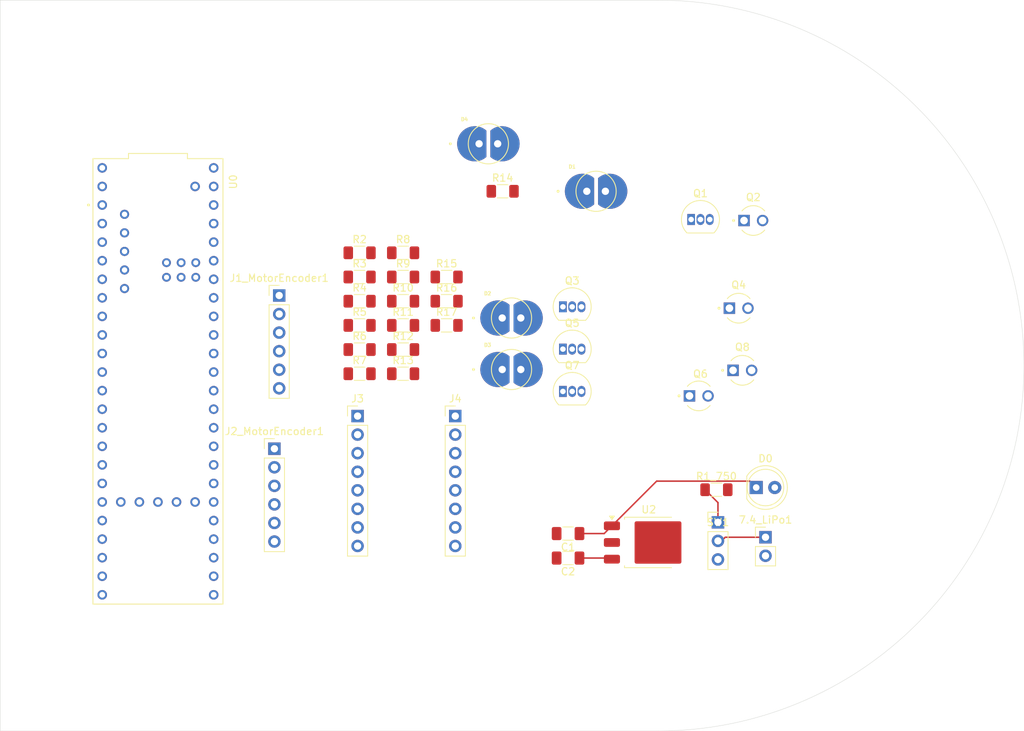
<source format=kicad_pcb>
(kicad_pcb (version 20241229) (generator "pcbnew") (generator_version "9.0")
  (layers (0 "F.Cu" signal) (2 "B.Cu" signal) (13 "F.Paste" user) (15 "B.Paste" user) (5 "F.SilkS" user "F.Silkscreen") (7 "B.SilkS" user "B.Silkscreen") (1 "F.Mask" user) (3 "B.Mask" user) (25 "Edge.Cuts" user))
  (net 0 "")
  (net 1 "GND")
  (net 2 "5V")
  (net 3 "Net-(D0-A)")
  (net 4 "Net-(D1-PadC)")
  (net 5 "Net-(D2-PadC)")
  (net 6 "Net-(D3-PadC)")
  (net 7 "Net-(D4-PadC)")
  (net 8 "Signal M1_B")
  (net 9 "M1_B")
  (net 10 "3.3V")
  (net 11 "M1_A")
  (net 12 "Signal M1_A")
  (net 13 "M2_A")
  (net 14 "Signal M2_A")
  (net 15 "M2_B")
  (net 16 "Signal M2_B")
  (net 18 "PWM M1_A")
  (net 20 "PWM M2_A")
  (net 22 "STBY")
  (net 23 "PWM M1_B")
  (net 24 "PWM M2_B")
  (net 25 "Net-(Q1-G)")
  (net 26 "Net-(Q1-D)")
  (net 27 "Receiver 1")
  (net 28 "Net-(Q3-D)")
  (net 29 "Net-(Q3-G)")
  (net 30 "Receiver 2")
  (net 31 "Net-(Q5-G)")
  (net 32 "Net-(Q5-D)")
  (net 33 "Receiver 3")
  (net 34 "Net-(Q7-G)")
  (net 35 "Net-(Q7-D)")
  (net 36 "Receiver 4")
  (net 37 "Net-(SW1-A)")
  (net 38 "Emitter 1")
  (net 39 "Emitter 2")
  (net 40 "Emitter 3")
  (net 41 "Emitter 4")
  (net 82 "Net-(7.4_LiPo1-+)")
  (net 83 "7.4V")
  (footprint "Resistor_SMD:R_1206_3216Metric_Pad1.30x1.75mm_HandSolder" (layer "F.Cu") (at 100.6 54.88)
    (property "Reference" "R9")
    (property "Value" "R_US")
  )
  (footprint "Connector_PinHeader_2.54mm:PinHeader_1x06_P2.54mm_Vertical" (layer "F.Cu") (at 83 78.38)
    (property "Reference" "J2_MotorEncoder1")
    (property "Value" "Conn_01x06")
  )
  (footprint "SFH_4545:DIO_SFH_4545" (layer "F.Cu") (at 126.99 43.15)
    (property "Reference" "D1")
    (property "Value" "SFH_4545")
  )
  (footprint "SFH_4545:DIO_SFH_4545" (layer "F.Cu") (at 115.425 60.49)
    (property "Reference" "D2")
    (property "Value" "SFH_4545")
  )
  (footprint "Package_TO_SOT_SMD:TO-252-3_TabPin2" (layer "F.Cu") (at 134.195 91.21)
    (property "Reference" "U2")
    (property "Value" "L7805")
  )
  (footprint "Capacitor_SMD:C_1206_3216Metric_Pad1.33x1.80mm_HandSolder" (layer "F.Cu") (at 123.155 89.99 180)
    (property "Reference" "C1")
    (property "Value" "C 0.22uF")
  )
  (footprint "Resistor_SMD:R_1206_3216Metric_Pad1.30x1.75mm_HandSolder" (layer "F.Cu") (at 100.6 51.57)
    (property "Reference" "R8")
    (property "Value" "R_US")
  )
  (footprint "SFH_4545:DIO_SFH_4545" (layer "F.Cu") (at 112.26 36.65)
    (property "Reference" "D4")
    (property "Value" "SFH_4545")
  )
  (footprint "Resistor_SMD:R_1206_3216Metric_Pad1.30x1.75mm_HandSolder" (layer "F.Cu") (at 143.445 83.99)
    (property "Reference" "R1_750")
    (property "Value" "R_US")
  )
  (footprint "Resistor_SMD:R_1206_3216Metric_Pad1.30x1.75mm_HandSolder" (layer "F.Cu") (at 94.65 58.19)
    (property "Reference" "R4")
    (property "Value" "R_US")
  )
  (footprint "Package_TO_SOT_THT:TO-92_Inline" (layer "F.Cu") (at 122.45 58.96)
    (property "Reference" "Q3")
    (property "Value" "BS170")
  )
  (footprint "SFH_4545:DIO_SFH_4545" (layer "F.Cu") (at 115.425 67.54)
    (property "Reference" "D3")
    (property "Value" "SFH_4545")
  )
  (footprint "Connector_PinHeader_2.54mm:PinHeader_1x08_P2.54mm_Vertical" (layer "F.Cu") (at 94.375 73.91)
    (property "Reference" "J3")
    (property "Value" "Conn_01x08")
  )
  (footprint "Resistor_SMD:R_1206_3216Metric_Pad1.30x1.75mm_HandSolder" (layer "F.Cu") (at 94.65 64.81)
    (property "Reference" "R6")
    (property "Value" "R_US")
  )
  (footprint "Package_TO_SOT_THT:TO-92_Inline" (layer "F.Cu") (at 122.45 70.54)
    (property "Reference" "Q7")
    (property "Value" "BS170")
  )
  (footprint "Resistor_SMD:R_1206_3216Metric_Pad1.30x1.75mm_HandSolder" (layer "F.Cu") (at 106.55 58.19)
    (property "Reference" "R16")
    (property "Value" "R_US")
  )
  (footprint "Package_TO_SOT_THT:TO-92_Inline" (layer "F.Cu") (at 122.45 64.75)
    (property "Reference" "Q5")
    (property "Value" "BS170")
  )
  (footprint "Resistor_SMD:R_1206_3216Metric_Pad1.30x1.75mm_HandSolder" (layer "F.Cu") (at 106.55 54.88)
    (property "Reference" "R15")
    (property "Value" "R_US")
  )
  (footprint "TEFT4300:XDCR_TEFT4300" (layer "F.Cu") (at 146.99 67.65)
    (property "Reference" "Q8")
    (property "Value" "TEFT4300")
  )
  (footprint "Resistor_SMD:R_1206_3216Metric_Pad1.30x1.75mm_HandSolder" (layer "F.Cu") (at 94.65 61.5)
    (property "Reference" "R5")
    (property "Value" "R_US")
  )
  (footprint "Connector_PinHeader_2.54mm:PinHeader_1x06_P2.54mm_Vertical" (layer "F.Cu") (at 83.655 57.41)
    (property "Reference" "J1_MotorEncoder1")
    (property "Value" "Conn_01x06")
  )
  (footprint "Resistor_SMD:R_1206_3216Metric_Pad1.30x1.75mm_HandSolder" (layer "F.Cu") (at 100.6 64.81)
    (property "Reference" "R12")
    (property "Value" "R_US")
  )
  (footprint "Resistor_SMD:R_1206_3216Metric_Pad1.30x1.75mm_HandSolder" (layer "F.Cu") (at 114.21 43.15)
    (property "Reference" "R14")
    (property "Value" "R_US")
  )
  (footprint "LED_THT:LED_D5.0mm_Clear" (layer "F.Cu") (at 148.885 83.69)
    (property "Reference" "D0")
    (property "Value" "LED")
  )
  (footprint "Package_TO_SOT_THT:TO-92_Inline" (layer "F.Cu") (at 139.99 47.01)
    (property "Reference" "Q1")
    (property "Value" "BS170")
  )
  (footprint "Resistor_SMD:R_1206_3216Metric_Pad1.30x1.75mm_HandSolder" (layer "F.Cu") (at 100.6 58.19)
    (property "Reference" "R10")
    (property "Value" "R_US")
  )
  (footprint "Resistor_SMD:R_1206_3216Metric_Pad1.30x1.75mm_HandSolder" (layer "F.Cu") (at 100.6 68.12)
    (property "Reference" "R13")
    (property "Value" "R_US")
  )
  (footprint "Connector_PinHeader_2.54mm:PinHeader_1x03_P2.54mm_Vertical" (layer "F.Cu") (at 143.655 88.45)
    (property "Reference" "SW1")
    (property "Value" "SW_SPDT")
  )
  (footprint "Connector_PinHeader_2.54mm:PinHeader_1x02_P2.54mm_Vertical" (layer "F.Cu") (at 150.155 90.49)
    (property "Reference" "7.4_LiPo1")
    (property "Value" "Battery")
  )
  (footprint "Resistor_SMD:R_1206_3216Metric_Pad1.30x1.75mm_HandSolder" (layer "F.Cu") (at 94.65 54.88)
    (property "Reference" "R3")
    (property "Value" "R_US")
  )
  (footprint "TEFT4300:XDCR_TEFT4300" (layer "F.Cu") (at 146.49 59.15)
    (property "Reference" "Q4")
    (property "Value" "TEFT4300")
  )
  (footprint "Capacitor_SMD:C_1206_3216Metric_Pad1.33x1.80mm_HandSolder" (layer "F.Cu") (at 123.155 93.34 180)
    (property "Reference" "C2")
    (property "Value" "C 0.1uF")
  )
  (footprint "DEV-16771:MODULE_DEV-16771" (layer "F.Cu") (at 67.075 69.16 -90)
    (property "Reference" "U0")
    (property "Value" "Teensy 4.1")
  )
  (footprint "TEFT4300:XDCR_TEFT4300" (layer "F.Cu") (at 148.49 47.15)
    (property "Reference" "Q2")
    (property "Value" "TEFT4300")
  )
  (footprint "Resistor_SMD:R_1206_3216Metric_Pad1.30x1.75mm_HandSolder" (layer "F.Cu") (at 94.65 68.12)
    (property "Reference" "R7")
    (property "Value" "R_US")
  )
  (footprint "Connector_PinHeader_2.54mm:PinHeader_1x08_P2.54mm_Vertical" (layer "F.Cu") (at 107.735 73.91)
    (property "Reference" "J4")
    (property "Value" "Conn_01x08")
  )
  (footprint "Resistor_SMD:R_1206_3216Metric_Pad1.30x1.75mm_HandSolder" (layer "F.Cu") (at 94.65 51.57)
    (property "Reference" "R2")
    (property "Value" "R_US")
  )
  (footprint "TEFT4300:XDCR_TEFT4300" (layer "F.Cu") (at 141.03 71.15)
    (property "Reference" "Q6")
    (property "Value" "TEFT4300")
  )
  (footprint "Resistor_SMD:R_1206_3216Metric_Pad1.30x1.75mm_HandSolder" (layer "F.Cu") (at 100.6 61.5)
    (property "Reference" "R11")
    (property "Value" "R_US")
  )
  (footprint "Resistor_SMD:R_1206_3216Metric_Pad1.30x1.75mm_HandSolder" (layer "F.Cu") (at 106.55 61.5)
    (property "Reference" "R17")
    (property "Value" "R_US")
  )
  (gr_line (start 45.5 17) (end 45.5 117) (stroke (width 0.05)) (layer "Edge.Cuts"))
  (gr_line (start 135.5 17) (end 45.5 17) (stroke (width 0.05)) (layer "Edge.Cuts"))
  (gr_line (start 45.5 117) (end 135.5 117) (stroke (width 0.05)) (layer "Edge.Cuts"))
  (gr_arc (start 135.5 17) (mid 185.5 67) (end 135.5 117) (stroke (width 0.05)) (layer "Edge.Cuts"))
  (segment (start 124.7175 93.34) (end 129.005 93.34) (width 0.2) (layer "F.Cu") (net 2))
  (segment (start 129.005 93.34) (end 129.155 93.49) (width 0.2) (layer "F.Cu") (net 2))
  (segment (start 143.655 85.75) (end 141.895 83.99) (width 0.2) (layer "F.Cu") (net 37))
  (segment (start 143.655 88.45) (end 143.655 85.75) (width 0.2) (layer "F.Cu") (net 37))
  (segment (start 144.655 90.49) (end 150.155 90.49) (width 0.2) (layer "F.Cu") (net 82))
  (segment (start 144.155 90.99) (end 144.655 90.49) (width 0.2) (layer "F.Cu") (net 82))
  (segment (start 143.655 90.99) (end 144.155 90.99) (width 0.2) (layer "F.Cu") (net 82))
  (segment (start 124.7175 89.99) (end 128.095 89.99) (width 0.2) (layer "F.Cu") (net 83))
  (segment (start 148.885 83.69) (end 148.009 82.814) (width 0.2) (layer "F.Cu") (net 83))
  (segment (start 128.095 89.99) (end 129.155 88.93) (width 0.2) (layer "F.Cu") (net 83))
  (segment (start 148.009 82.814) (end 135.271 82.814) (width 0.2) (layer "F.Cu") (net 83))
  (segment (start 135.271 82.814) (end 129.155 88.93) (width 0.2) (layer "F.Cu") (net 83))
)
</source>
